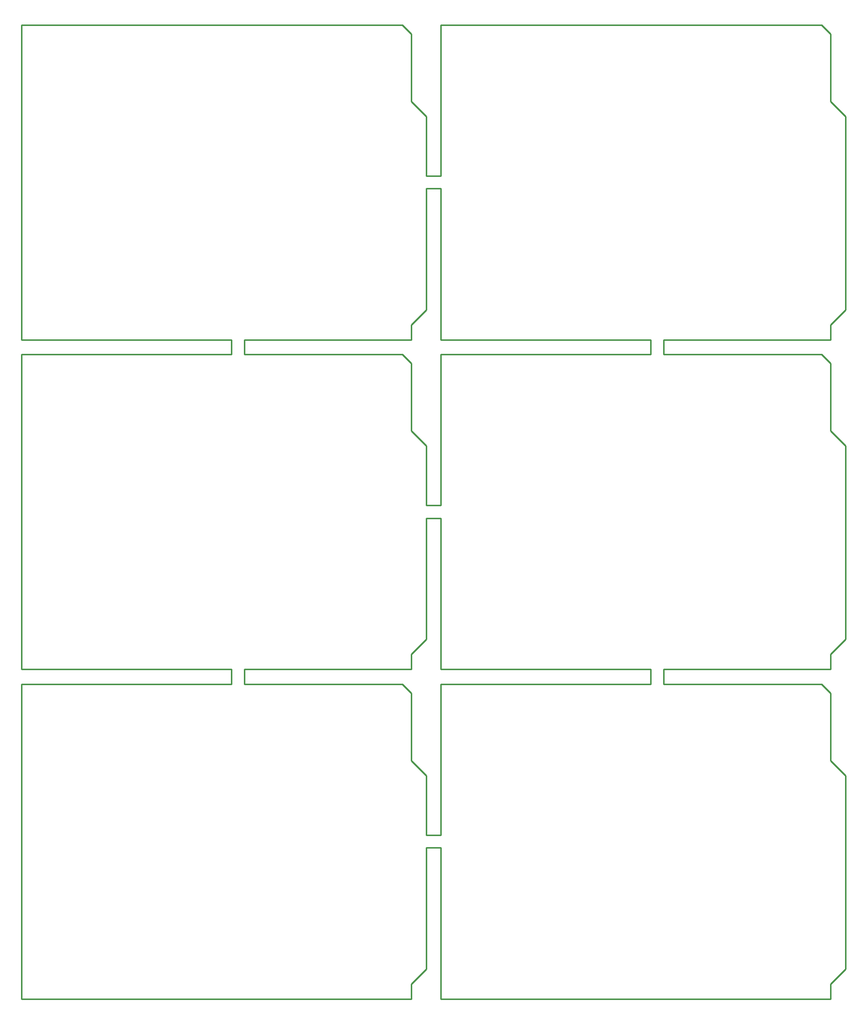
<source format=gbr>
G04 #@! TF.FileFunction,Profile,NP*
%FSLAX46Y46*%
G04 Gerber Fmt 4.6, Leading zero omitted, Abs format (unit mm)*
G04 Created by KiCad (PCBNEW no-vcs-found-product) date Sat 17 Oct 2015 02:13:17 PM BRT*
%MOMM*%
G01*
G04 APERTURE LIST*
%ADD10C,0.100000*%
%ADD11C,0.254000*%
G04 APERTURE END LIST*
D10*
D11*
X78729840Y-66040000D02*
X78729840Y-63500000D01*
X78729840Y-63500000D02*
X81269840Y-60960000D01*
X81269840Y-28194000D02*
X78729840Y-25654000D01*
X78729840Y-25654000D02*
X78729840Y-14224000D01*
X78729840Y-14224000D02*
X77205840Y-12700000D01*
X78729840Y-70063995D02*
X77205840Y-68539995D01*
X78729840Y-81493995D02*
X78729840Y-70063995D01*
X81269840Y-84033995D02*
X78729840Y-81493995D01*
X78729840Y-119339995D02*
X81269840Y-116799995D01*
X78729840Y-121879995D02*
X78729840Y-119339995D01*
X78729840Y-125903990D02*
X77205840Y-124379990D01*
X78729840Y-137333990D02*
X78729840Y-125903990D01*
X81269840Y-139873990D02*
X78729840Y-137333990D01*
X78729840Y-175179990D02*
X81269840Y-172639990D01*
X78729840Y-177719990D02*
X78729840Y-175179990D01*
X149809835Y-14224000D02*
X148285835Y-12700000D01*
X149809835Y-25654000D02*
X149809835Y-14224000D01*
X152349835Y-28194000D02*
X149809835Y-25654000D01*
X149809835Y-63500000D02*
X152349835Y-60960000D01*
X149809835Y-66040000D02*
X149809835Y-63500000D01*
X149809835Y-70063995D02*
X148285835Y-68539995D01*
X149809835Y-81493995D02*
X149809835Y-70063995D01*
X152349835Y-84033995D02*
X149809835Y-81493995D01*
X149809835Y-119339995D02*
X152349835Y-116799995D01*
X149809835Y-121879995D02*
X149809835Y-119339995D01*
X149809835Y-125903990D02*
X148285835Y-124379990D01*
X149809835Y-137333990D02*
X149809835Y-125903990D01*
X152349835Y-139873990D02*
X149809835Y-137333990D01*
X149809835Y-175179990D02*
X152349835Y-172639990D01*
X149809835Y-177719990D02*
X149809835Y-175179990D01*
X12689840Y-12700000D02*
X77205840Y-12700000D01*
X78729840Y-177718720D02*
X12689840Y-177718720D01*
X12689840Y-12700000D02*
X12689840Y-66040000D01*
X12689840Y-68539360D02*
X12689840Y-121879360D01*
X12689840Y-124378720D02*
X12689840Y-177718720D01*
X152349200Y-116799360D02*
X152349200Y-84033360D01*
X152349200Y-172638720D02*
X152349200Y-139872720D01*
X148285200Y-12700000D02*
X83769200Y-12700000D01*
X83769200Y-12700000D02*
X83769200Y-38267640D01*
X83769200Y-38267640D02*
X81269840Y-38267640D01*
X83769200Y-40446960D02*
X83769200Y-66040000D01*
X83769200Y-40446960D02*
X81269840Y-40446960D01*
X81269840Y-28194000D02*
X81269840Y-38267640D01*
X81269840Y-60960000D02*
X81269840Y-40446960D01*
X152349200Y-28194000D02*
X152349200Y-60960000D01*
X81269840Y-116794280D02*
X81269840Y-96281240D01*
X81269840Y-84028280D02*
X81269840Y-94101920D01*
X83769200Y-96281240D02*
X81269840Y-96281240D01*
X83769200Y-96281240D02*
X83769200Y-121874280D01*
X83769200Y-94101920D02*
X81269840Y-94101920D01*
X83769200Y-68534280D02*
X83769200Y-94101920D01*
X83759040Y-124378720D02*
X83759040Y-149946360D01*
X83759040Y-149946360D02*
X81269840Y-149946360D01*
X83759040Y-152125680D02*
X83759040Y-177718720D01*
X83759040Y-152125680D02*
X81269840Y-152125680D01*
X81269840Y-139872720D02*
X81269840Y-149946360D01*
X81269840Y-172638720D02*
X81269840Y-152125680D01*
X83759040Y-177718720D02*
X149809200Y-177718720D01*
X12689840Y-66040000D02*
X48249840Y-66040000D01*
X48249840Y-66040000D02*
X48249840Y-68539360D01*
X12689840Y-68539360D02*
X48249840Y-68539360D01*
X50434240Y-66040000D02*
X50434240Y-68539360D01*
X50434240Y-66040000D02*
X78729840Y-66040000D01*
X77205840Y-68539360D02*
X50434240Y-68539360D01*
X148285200Y-68539360D02*
X121513600Y-68539360D01*
X121513600Y-66040000D02*
X149809200Y-66040000D01*
X121513600Y-66040000D02*
X121513600Y-68539360D01*
X83769200Y-68539360D02*
X119329200Y-68539360D01*
X119329200Y-66040000D02*
X119329200Y-68539360D01*
X83769200Y-66040000D02*
X119329200Y-66040000D01*
X83769200Y-121879360D02*
X119329200Y-121879360D01*
X119329200Y-121879360D02*
X119329200Y-124378720D01*
X83769200Y-124378720D02*
X119329200Y-124378720D01*
X121513600Y-121879360D02*
X121513600Y-124378720D01*
X121513600Y-121879360D02*
X149809200Y-121879360D01*
X148285200Y-124378720D02*
X121513600Y-124378720D01*
X77205840Y-124378720D02*
X50434240Y-124378720D01*
X50434240Y-121879360D02*
X78729840Y-121879360D01*
X50434240Y-121879360D02*
X50434240Y-124378720D01*
X12689840Y-124378720D02*
X48249840Y-124378720D01*
X48249840Y-121879360D02*
X48249840Y-124378720D01*
X12689840Y-121879360D02*
X48249840Y-121879360D01*
M02*

</source>
